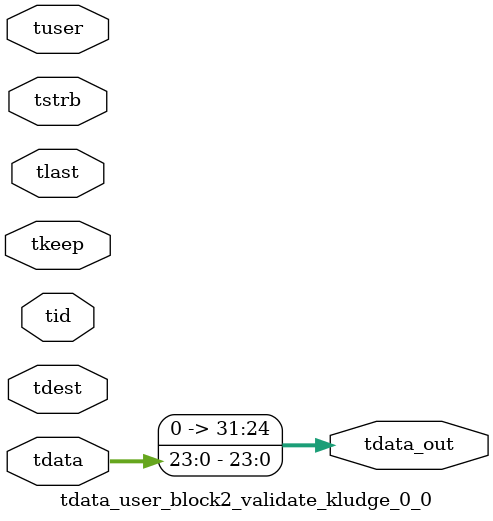
<source format=v>


`timescale 1ps/1ps

module tdata_user_block2_validate_kludge_0_0 #
(
parameter C_S_AXIS_TDATA_WIDTH = 32,
parameter C_S_AXIS_TUSER_WIDTH = 0,
parameter C_S_AXIS_TID_WIDTH   = 0,
parameter C_S_AXIS_TDEST_WIDTH = 0,
parameter C_M_AXIS_TDATA_WIDTH = 32
)
(
input  [(C_S_AXIS_TDATA_WIDTH == 0 ? 1 : C_S_AXIS_TDATA_WIDTH)-1:0     ] tdata,
input  [(C_S_AXIS_TUSER_WIDTH == 0 ? 1 : C_S_AXIS_TUSER_WIDTH)-1:0     ] tuser,
input  [(C_S_AXIS_TID_WIDTH   == 0 ? 1 : C_S_AXIS_TID_WIDTH)-1:0       ] tid,
input  [(C_S_AXIS_TDEST_WIDTH == 0 ? 1 : C_S_AXIS_TDEST_WIDTH)-1:0     ] tdest,
input  [(C_S_AXIS_TDATA_WIDTH/8)-1:0 ] tkeep,
input  [(C_S_AXIS_TDATA_WIDTH/8)-1:0 ] tstrb,
input                                                                    tlast,
output [C_M_AXIS_TDATA_WIDTH-1:0] tdata_out
);

assign tdata_out = {tdata[23:0]};

endmodule


</source>
